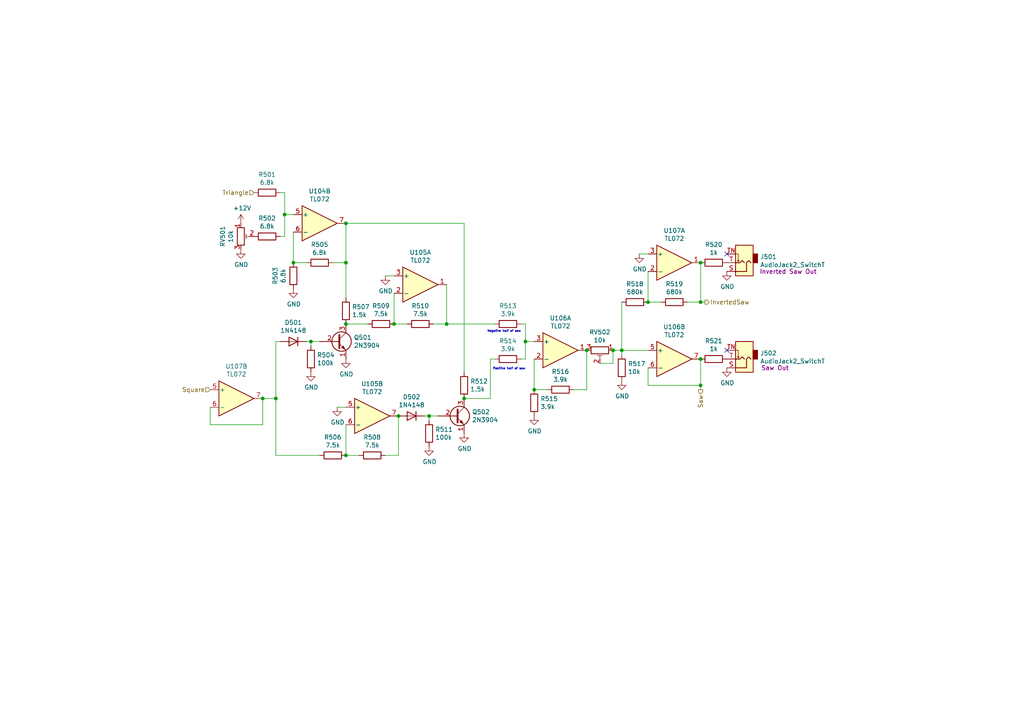
<source format=kicad_sch>
(kicad_sch (version 20211123) (generator eeschema)
  (paper "A4")
  (title_block (title "VCO") (date "2021-06-10") (rev "1.0"))
  (lib_symbols
    (symbol "Amplifier_Operational:TL072" (pin_names (offset 0.127))
      (property "Reference" "U" (at 0 5.08 0))
      (property "Value" "TL072" (at 0 -5.08 0))
      (symbol "TL072_1_1"
        (polyline (pts (xy -5.08 5.08) (xy 5.08 0) (xy -5.08 -5.08) (xy -5.08 5.08)) (stroke (width 0.254)) (fill (type background)))
        (pin output line (at 7.62 0 180) (length 2.54) (name "~") (number "1"))
        (pin input line (at -7.62 -2.54 0) (length 2.54) (name "-") (number "2"))
        (pin input line (at -7.62 2.54 0) (length 2.54) (name "+") (number "3"))
      )
      (symbol "TL072_2_1"
        (polyline (pts (xy -5.08 5.08) (xy 5.08 0) (xy -5.08 -5.08) (xy -5.08 5.08)) (stroke (width 0.254)) (fill (type background)))
        (pin input line (at -7.62 2.54 0) (length 2.54) (name "+") (number "5"))
        (pin input line (at -7.62 -2.54 0) (length 2.54) (name "-") (number "6"))
        (pin output line (at 7.62 0 180) (length 2.54) (name "~") (number "7"))
      )
      (symbol "TL072_3_1"
        (pin power_in line (at -2.54 -7.62 90) (length 3.81) (name "V-") (number "4"))
        (pin power_in line (at -2.54 7.62 270) (length 3.81) (name "V+") (number "8"))
      )
    )
    (symbol "Connector:AudioJack2_SwitchT"
      (property "Reference" "J" (at 0 8.89 0))
      (property "Value" "AudioJack2_SwitchT" (at 0 6.35 0))
      (symbol "AudioJack2_SwitchT_0_1"
        (rectangle (start -2.54 0) (end -3.81 -2.54) (stroke (width 0.254)) (fill (type outline)))
        (polyline (pts (xy 1.778 -0.254) (xy 2.032 -0.762)))
        (polyline (pts (xy 0 0) (xy 0.635 -0.635) (xy 1.27 0) (xy 2.54 0)) (stroke (width 0.254)))
        (polyline (pts (xy 2.54 -2.54) (xy 1.778 -2.54) (xy 1.778 -0.254) (xy 1.524 -0.762)))
        (polyline (pts (xy 2.54 2.54) (xy -0.635 2.54) (xy -0.635 0) (xy -1.27 -0.635) (xy -1.905 0)) (stroke (width 0.254)))
        (rectangle (start 2.54 3.81) (end -2.54 -5.08) (stroke (width 0.254)) (fill (type background)))
      )
      (symbol "AudioJack2_SwitchT_1_1"
        (pin passive line (at 5.08 2.54 180) (length 2.54) (name "~") (number "S"))
        (pin passive line (at 5.08 0 180) (length 2.54) (name "~") (number "T"))
        (pin passive line (at 5.08 -2.54 180) (length 2.54) (name "~") (number "TN"))
      )
    )
    (symbol "Device:R" (pin_numbers hide) (pin_names (offset 0))
      (property "Reference" "R" (at 2.032 0 90))
      (property "Value" "R" (at 0 0 90))
      (symbol "R_0_1"
        (rectangle (start -1.016 -2.54) (end 1.016 2.54) (stroke (width 0.254)))
      )
      (symbol "R_1_1"
        (pin passive line (at 0 3.81 270) (length 1.27) (name "~") (number "1"))
        (pin passive line (at 0 -3.81 90) (length 1.27) (name "~") (number "2"))
      )
    )
    (symbol "Device:R_Potentiometer_Trim" (pin_names (offset 1.016) hide)
      (property "Reference" "RV" (at -4.445 0 90))
      (property "Value" "R_Potentiometer_Trim" (at -2.54 0 90))
      (symbol "R_Potentiometer_Trim_0_1"
        (polyline (pts (xy 1.524 0.762) (xy 1.524 -0.762)))
        (polyline (pts (xy 2.54 0) (xy 1.524 0)))
        (rectangle (start 1.016 2.54) (end -1.016 -2.54) (stroke (width 0.254)))
      )
      (symbol "R_Potentiometer_Trim_1_1"
        (pin passive line (at 0 3.81 270) (length 1.27) (name "1") (number "1"))
        (pin passive line (at 3.81 0 180) (length 1.27) (name "2") (number "2"))
        (pin passive line (at 0 -3.81 90) (length 1.27) (name "3") (number "3"))
      )
    )
    (symbol "Diode:1N4148" (pin_numbers hide) (pin_names (offset 1.016) hide)
      (property "Reference" "D" (at 0 2.54 0))
      (property "Value" "1N4148" (at 0 -2.54 0))
      (symbol "1N4148_0_1"
        (polyline (pts (xy -1.27 1.27) (xy -1.27 -1.27)) (stroke (width 0.254)))
        (polyline (pts (xy 1.27 0) (xy -1.27 0)))
        (polyline (pts (xy 1.27 1.27) (xy 1.27 -1.27) (xy -1.27 0) (xy 1.27 1.27)) (stroke (width 0.254)))
      )
      (symbol "1N4148_1_1"
        (pin passive line (at -3.81 0 0) (length 2.54) (name "K") (number "1"))
        (pin passive line (at 3.81 0 180) (length 2.54) (name "A") (number "2"))
      )
    )
    (symbol "Transistor_BJT:2N3904" (pin_names (offset 0) hide)
      (property "Reference" "Q" (at 5.08 1.905 0))
      (property "Value" "2N3904" (at 5.08 0 0))
      (symbol "2N3904_0_1"
        (polyline (pts (xy 0.635 0.635) (xy 2.54 2.54)))
        (polyline (pts (xy 0.635 -0.635) (xy 2.54 -2.54) (xy 2.54 -2.54)))
        (polyline (pts (xy 0.635 1.905) (xy 0.635 -1.905) (xy 0.635 -1.905)) (stroke (width 0.508)))
        (polyline (pts (xy 1.27 -1.778) (xy 1.778 -1.27) (xy 2.286 -2.286) (xy 1.27 -1.778) (xy 1.27 -1.778)) (fill (type outline)))
        (circle (center 1.27 0) (radius 2.8194) (stroke (width 0.254)))
      )
      (symbol "2N3904_1_1"
        (pin passive line (at 2.54 -5.08 90) (length 2.54) (name "E") (number "1"))
        (pin passive line (at -5.08 0 0) (length 5.715) (name "B") (number "2"))
        (pin passive line (at 2.54 5.08 270) (length 2.54) (name "C") (number "3"))
      )
    )
    (symbol "power:+12V" (power) (pin_names (offset 0))
      (property "Value" "+12V" (at 0 3.556 0))
      (symbol "+12V_0_1"
        (polyline (pts (xy -0.762 1.27) (xy 0 2.54)))
        (polyline (pts (xy 0 0) (xy 0 2.54)))
        (polyline (pts (xy 0 2.54) (xy 0.762 1.27)))
      )
      (symbol "+12V_1_1"
        (pin power_in line (at 0 0 90) (length 0) hide (name "+12V") (number "1"))
      )
    )
    (symbol "power:GND" (power) (pin_names (offset 0))
      (property "Value" "GND" (at 0 -3.81 0))
      (symbol "GND_0_1"
        (polyline (pts (xy 0 0) (xy 0 -1.27) (xy 1.27 -1.27) (xy 0 -2.54) (xy -1.27 -1.27) (xy 0 -1.27)))
      )
      (symbol "GND_1_1"
        (pin power_in line (at 0 0 270) (length 0) hide (name "GND") (number "1"))
      )
    )
  )
  (junction (at 154.94 113.03))
  (junction (at 115.57 120.65))
  (junction (at 100.33 93.98))
  (junction (at 203.2 104.14))
  (junction (at 82.55 62.23))
  (junction (at 203.2 76.2))
  (junction (at 170.18 101.6))
  (junction (at 203.2 87.63))
  (junction (at 129.54 93.98))
  (junction (at 180.34 101.6))
  (junction (at 177.8 101.6))
  (junction (at 76.2 115.57))
  (junction (at 90.17 99.06))
  (junction (at 100.33 76.2))
  (junction (at 114.3 93.98))
  (junction (at 134.62 115.57))
  (junction (at 80.01 115.57))
  (junction (at 85.09 76.2))
  (junction (at 100.33 64.77))
  (junction (at 100.33 132.08))
  (junction (at 124.46 120.65))
  (junction (at 187.96 87.63))
  (junction (at 152.4 99.06))
  (junction (at 203.2 111.76))
  (no_connect (at 210.82 101.6))
  (no_connect (at 210.82 73.66))
  (wire (pts (xy 177.8 105.41) (xy 177.8 101.6)))
  (wire (pts (xy 129.54 93.98) (xy 129.54 82.55)))
  (wire (pts (xy 203.2 113.03) (xy 203.2 111.76)))
  (wire (pts (xy 170.18 113.03) (xy 170.18 101.6)))
  (wire (pts (xy 124.46 120.65) (xy 127 120.65)))
  (wire (pts (xy 187.96 106.68) (xy 187.96 111.76)))
  (wire (pts (xy 166.37 113.03) (xy 170.18 113.03)))
  (wire (pts (xy 177.8 101.6) (xy 180.34 101.6)))
  (wire (pts (xy 88.9 99.06) (xy 90.17 99.06)))
  (wire (pts (xy 134.62 64.77) (xy 134.62 107.95)))
  (wire (pts (xy 82.55 62.23) (xy 85.09 62.23)))
  (wire (pts (xy 80.01 99.06) (xy 80.01 115.57)))
  (wire (pts (xy 60.96 123.19) (xy 76.2 123.19)))
  (wire (pts (xy 90.17 99.06) (xy 90.17 100.33)))
  (wire (pts (xy 187.96 111.76) (xy 203.2 111.76)))
  (wire (pts (xy 85.09 67.31) (xy 85.09 76.2)))
  (wire (pts (xy 203.2 87.63) (xy 203.2 76.2)))
  (wire (pts (xy 173.99 105.41) (xy 177.8 105.41)))
  (wire (pts (xy 114.3 85.09) (xy 114.3 93.98)))
  (wire (pts (xy 100.33 93.98) (xy 106.68 93.98)))
  (wire (pts (xy 82.55 68.58) (xy 81.28 68.58)))
  (wire (pts (xy 80.01 115.57) (xy 80.01 132.08)))
  (wire (pts (xy 123.19 120.65) (xy 124.46 120.65)))
  (wire (pts (xy 111.76 132.08) (xy 115.57 132.08)))
  (wire (pts (xy 180.34 101.6) (xy 180.34 102.87)))
  (wire (pts (xy 151.13 93.98) (xy 152.4 93.98)))
  (wire (pts (xy 82.55 55.88) (xy 82.55 62.23)))
  (wire (pts (xy 100.33 76.2) (xy 100.33 86.36)))
  (wire (pts (xy 125.73 93.98) (xy 129.54 93.98)))
  (wire (pts (xy 129.54 93.98) (xy 143.51 93.98)))
  (wire (pts (xy 81.28 55.88) (xy 82.55 55.88)))
  (wire (pts (xy 203.2 87.63) (xy 204.47 87.63)))
  (wire (pts (xy 100.33 76.2) (xy 100.33 64.77)))
  (wire (pts (xy 100.33 132.08) (xy 104.14 132.08)))
  (wire (pts (xy 76.2 123.19) (xy 76.2 115.57)))
  (wire (pts (xy 187.96 78.74) (xy 187.96 87.63)))
  (wire (pts (xy 90.17 99.06) (xy 92.71 99.06)))
  (wire (pts (xy 180.34 101.6) (xy 187.96 101.6)))
  (wire (pts (xy 81.28 99.06) (xy 80.01 99.06)))
  (wire (pts (xy 180.34 87.63) (xy 180.34 101.6)))
  (wire (pts (xy 152.4 99.06) (xy 154.94 99.06)))
  (wire (pts (xy 114.3 93.98) (xy 118.11 93.98)))
  (wire (pts (xy 203.2 111.76) (xy 203.2 104.14)))
  (wire (pts (xy 154.94 113.03) (xy 158.75 113.03)))
  (wire (pts (xy 100.33 64.77) (xy 134.62 64.77)))
  (wire (pts (xy 152.4 99.06) (xy 152.4 104.14)))
  (wire (pts (xy 80.01 132.08) (xy 92.71 132.08)))
  (wire (pts (xy 96.52 76.2) (xy 100.33 76.2)))
  (wire (pts (xy 187.96 87.63) (xy 191.77 87.63)))
  (wire (pts (xy 85.09 76.2) (xy 88.9 76.2)))
  (wire (pts (xy 115.57 132.08) (xy 115.57 120.65)))
  (wire (pts (xy 124.46 120.65) (xy 124.46 121.92)))
  (wire (pts (xy 154.94 104.14) (xy 154.94 113.03)))
  (wire (pts (xy 152.4 104.14) (xy 151.13 104.14)))
  (wire (pts (xy 111.76 80.01) (xy 114.3 80.01)))
  (wire (pts (xy 82.55 62.23) (xy 82.55 68.58)))
  (wire (pts (xy 142.24 104.14) (xy 142.24 115.57)))
  (wire (pts (xy 199.39 87.63) (xy 203.2 87.63)))
  (wire (pts (xy 60.96 118.11) (xy 60.96 123.19)))
  (wire (pts (xy 76.2 115.57) (xy 80.01 115.57)))
  (wire (pts (xy 142.24 115.57) (xy 134.62 115.57)))
  (wire (pts (xy 100.33 123.19) (xy 100.33 132.08)))
  (wire (pts (xy 143.51 104.14) (xy 142.24 104.14)))
  (wire (pts (xy 97.79 118.11) (xy 100.33 118.11)))
  (wire (pts (xy 185.42 73.66) (xy 187.96 73.66)))
  (wire (pts (xy 152.4 93.98) (xy 152.4 99.06)))
  (text "Positive half of saw" (at 152.4 107.3912 180) (effects (font (size 0.6096 0.6096)) (justify right bottom)))
  (text "Negative half of saw" (at 151.13 96.52 180) (effects (font (size 0.6096 0.6096)) (justify right bottom)))
  (hierarchical_label "Triangle" (shape input) (at 73.66 55.88 180))
  (hierarchical_label "InvertedSaw" (shape output) (at 204.47 87.63 0))
  (hierarchical_label "Saw" (shape output) (at 203.2 113.03 270))
  (hierarchical_label "Square" (shape input) (at 60.96 113.03 180))
  (symbol (lib_id "Amplifier_Operational:TL072") (at 92.71 64.77 0) (unit 2)
    (property "Reference" "U104" (at 92.71 55.4482 0))
    (property "Value" "TL072" (at 92.71 57.7596 0))
    (property "Footprint" "Package_DIP:DIP-8_W7.62mm_Socket" (effects hide))
    (property "Datasheet" "http://www.ti.com/lit/ds/symlink/tl071.pdf" (effects hide))
  )
  (symbol (lib_id "Device:R") (at 92.71 76.2 90) (unit 1)
    (property "Reference" "R505" (at 92.71 70.9422 90))
    (property "Value" "6.8k" (at 92.71 73.2536 90))
    (property "Footprint" "Resistor_THT:R_Axial_DIN0207_L6.3mm_D2.5mm_P7.62mm_Horizontal" (effects hide))
  )
  (symbol (lib_id "Device:R") (at 85.09 80.01 180) (unit 1)
    (property "Reference" "R503" (at 79.8322 80.01 90))
    (property "Value" "6.8k" (at 82.1436 80.01 90))
    (property "Footprint" "Resistor_THT:R_Axial_DIN0207_L6.3mm_D2.5mm_P7.62mm_Horizontal" (effects hide))
  )
  (symbol (lib_id "power:GND") (at 85.09 83.82 0) (unit 1)
    (property "Reference" "#PWR0503" (effects hide))
    (property "Value" "GND" (at 85.217 88.2142 0))
  )
  (symbol (lib_id "Device:R") (at 77.47 55.88 90) (unit 1)
    (property "Reference" "R501" (at 77.47 50.6222 90))
    (property "Value" "6.8k" (at 77.47 52.9336 90))
    (property "Footprint" "Resistor_THT:R_Axial_DIN0207_L6.3mm_D2.5mm_P7.62mm_Horizontal" (effects hide))
  )
  (symbol (lib_id "Device:R_Potentiometer_Trim") (at 69.85 68.58 0) (unit 1)
    (property "Reference" "RV501" (at 64.5922 68.58 90))
    (property "Value" "10k" (at 66.9036 68.58 90))
    (property "Footprint" "Custom:Potentiometer_Runtron_RM-065_Vertical_Improved" (effects hide))
  )
  (symbol (lib_id "Device:R") (at 77.47 68.58 90) (unit 1)
    (property "Reference" "R502" (at 77.47 63.3222 90))
    (property "Value" "6.8k" (at 77.47 65.6336 90))
    (property "Footprint" "Resistor_THT:R_Axial_DIN0207_L6.3mm_D2.5mm_P7.62mm_Horizontal" (effects hide))
  )
  (symbol (lib_id "power:GND") (at 69.85 72.39 0) (unit 1)
    (property "Reference" "#PWR0502" (effects hide))
    (property "Value" "GND" (at 69.977 76.7842 0))
  )
  (symbol (lib_id "power:+12V") (at 69.85 64.77 0) (unit 1)
    (property "Reference" "#PWR0501" (effects hide))
    (property "Value" "+12V" (at 70.231 60.3758 0))
  )
  (symbol (lib_id "Amplifier_Operational:TL072") (at 107.95 120.65 0) (unit 2)
    (property "Reference" "U105" (at 107.95 111.3282 0))
    (property "Value" "TL072" (at 107.95 113.6396 0))
    (property "Footprint" "Package_DIP:DIP-8_W7.62mm_Socket" (effects hide))
    (property "Datasheet" "http://www.ti.com/lit/ds/symlink/tl071.pdf" (effects hide))
  )
  (symbol (lib_id "Device:R") (at 107.95 132.08 90) (unit 1)
    (property "Reference" "R508" (at 107.95 126.8222 90))
    (property "Value" "7.5k" (at 107.95 129.1336 90))
    (property "Footprint" "Resistor_THT:R_Axial_DIN0207_L6.3mm_D2.5mm_P7.62mm_Horizontal" (effects hide))
  )
  (symbol (lib_id "power:GND") (at 97.79 118.11 0) (unit 1)
    (property "Reference" "#PWR0505" (effects hide))
    (property "Value" "GND" (at 97.917 122.5042 0))
  )
  (symbol (lib_id "Device:R") (at 96.52 132.08 90) (unit 1)
    (property "Reference" "R506" (at 96.52 126.8222 90))
    (property "Value" "7.5k" (at 96.52 129.1336 90))
    (property "Footprint" "Resistor_THT:R_Axial_DIN0207_L6.3mm_D2.5mm_P7.62mm_Horizontal" (effects hide))
  )
  (symbol (lib_id "Diode:1N4148") (at 119.38 120.65 180) (unit 1)
    (property "Reference" "D502" (at 119.38 115.1382 0))
    (property "Value" "1N4148" (at 119.38 117.4496 0))
    (property "Footprint" "Diode_THT:D_DO-35_SOD27_P7.62mm_Horizontal" (effects hide))
    (property "Datasheet" "https://assets.nexperia.com/documents/data-sheet/1N4148_1N4448.pdf" (effects hide))
  )
  (symbol (lib_id "Device:R") (at 124.46 125.73 180) (unit 1)
    (property "Reference" "R511" (at 126.238 124.5616 0) (effects (justify right)))
    (property "Value" "100k" (at 126.238 126.873 0) (effects (justify right)))
    (property "Footprint" "Resistor_THT:R_Axial_DIN0207_L6.3mm_D2.5mm_P7.62mm_Horizontal" (effects hide))
  )
  (symbol (lib_id "Transistor_BJT:2N3904") (at 132.08 120.65 0) (unit 1)
    (property "Reference" "Q502" (at 136.906 119.4816 0) (effects (justify left)))
    (property "Value" "2N3904" (at 136.906 121.793 0) (effects (justify left)))
    (property "Footprint" "Package_TO_SOT_THT:TO-92_Inline" (effects hide))
    (property "Datasheet" "https://www.onsemi.com/pub/Collateral/2N3903-D.PDF" (effects hide))
  )
  (symbol (lib_id "power:GND") (at 124.46 129.54 0) (unit 1)
    (property "Reference" "#PWR0508" (effects hide))
    (property "Value" "GND" (at 124.587 133.9342 0))
  )
  (symbol (lib_id "power:GND") (at 134.62 125.73 0) (unit 1)
    (property "Reference" "#PWR0509" (effects hide))
    (property "Value" "GND" (at 134.747 130.1242 0))
  )
  (symbol (lib_id "Device:R") (at 134.62 111.76 180) (unit 1)
    (property "Reference" "R512" (at 136.398 110.5916 0) (effects (justify right)))
    (property "Value" "1.5k" (at 136.398 112.903 0) (effects (justify right)))
    (property "Footprint" "Resistor_THT:R_Axial_DIN0207_L6.3mm_D2.5mm_P7.62mm_Horizontal" (effects hide))
  )
  (symbol (lib_id "Diode:1N4148") (at 85.09 99.06 180) (unit 1)
    (property "Reference" "D501" (at 85.09 93.5482 0))
    (property "Value" "1N4148" (at 85.09 95.8596 0))
    (property "Footprint" "Diode_THT:D_DO-35_SOD27_P7.62mm_Horizontal" (effects hide))
    (property "Datasheet" "https://assets.nexperia.com/documents/data-sheet/1N4148_1N4448.pdf" (effects hide))
  )
  (symbol (lib_id "Device:R") (at 90.17 104.14 180) (unit 1)
    (property "Reference" "R504" (at 91.948 102.9716 0) (effects (justify right)))
    (property "Value" "100k" (at 91.948 105.283 0) (effects (justify right)))
    (property "Footprint" "Resistor_THT:R_Axial_DIN0207_L6.3mm_D2.5mm_P7.62mm_Horizontal" (effects hide))
  )
  (symbol (lib_id "Transistor_BJT:2N3904") (at 97.79 99.06 0) (unit 1)
    (property "Reference" "Q501" (at 102.616 97.8916 0) (effects (justify left)))
    (property "Value" "2N3904" (at 102.616 100.203 0) (effects (justify left)))
    (property "Footprint" "Package_TO_SOT_THT:TO-92_Inline" (effects hide))
    (property "Datasheet" "https://www.onsemi.com/pub/Collateral/2N3903-D.PDF" (effects hide))
  )
  (symbol (lib_id "power:GND") (at 90.17 107.95 0) (unit 1)
    (property "Reference" "#PWR0504" (effects hide))
    (property "Value" "GND" (at 90.297 112.3442 0))
  )
  (symbol (lib_id "power:GND") (at 100.33 104.14 0) (unit 1)
    (property "Reference" "#PWR0506" (effects hide))
    (property "Value" "GND" (at 100.457 108.5342 0))
  )
  (symbol (lib_id "Device:R") (at 100.33 90.17 180) (unit 1)
    (property "Reference" "R507" (at 102.108 89.0016 0) (effects (justify right)))
    (property "Value" "1.5k" (at 102.108 91.313 0) (effects (justify right)))
    (property "Footprint" "Resistor_THT:R_Axial_DIN0207_L6.3mm_D2.5mm_P7.62mm_Horizontal" (effects hide))
  )
  (symbol (lib_id "Amplifier_Operational:TL072") (at 121.92 82.55 0) (unit 1)
    (property "Reference" "U105" (at 121.92 73.2282 0))
    (property "Value" "TL072" (at 121.92 75.5396 0))
    (property "Footprint" "Package_DIP:DIP-8_W7.62mm_Socket" (effects hide))
    (property "Datasheet" "http://www.ti.com/lit/ds/symlink/tl071.pdf" (effects hide))
  )
  (symbol (lib_id "Device:R") (at 121.92 93.98 90) (unit 1)
    (property "Reference" "R510" (at 121.92 88.7222 90))
    (property "Value" "7.5k" (at 121.92 91.0336 90))
    (property "Footprint" "Resistor_THT:R_Axial_DIN0207_L6.3mm_D2.5mm_P7.62mm_Horizontal" (effects hide))
  )
  (symbol (lib_id "power:GND") (at 111.76 80.01 0) (unit 1)
    (property "Reference" "#PWR0507" (effects hide))
    (property "Value" "GND" (at 111.887 84.4042 0))
  )
  (symbol (lib_id "Device:R") (at 110.49 93.98 90) (unit 1)
    (property "Reference" "R509" (at 110.49 88.7222 90))
    (property "Value" "7.5k" (at 110.49 91.0336 90))
    (property "Footprint" "Resistor_THT:R_Axial_DIN0207_L6.3mm_D2.5mm_P7.62mm_Horizontal" (effects hide))
  )
  (symbol (lib_id "Amplifier_Operational:TL072") (at 162.56 101.6 0) (unit 1)
    (property "Reference" "U106" (at 162.56 92.2782 0))
    (property "Value" "TL072" (at 162.56 94.5896 0))
    (property "Footprint" "Package_DIP:DIP-8_W7.62mm_Socket" (effects hide))
    (property "Datasheet" "http://www.ti.com/lit/ds/symlink/tl071.pdf" (effects hide))
  )
  (symbol (lib_id "Device:R") (at 162.56 113.03 90) (unit 1)
    (property "Reference" "R516" (at 162.56 107.7722 90))
    (property "Value" "3.9k" (at 162.56 110.0836 90))
    (property "Footprint" "Resistor_THT:R_Axial_DIN0207_L6.3mm_D2.5mm_P7.62mm_Horizontal" (effects hide))
  )
  (symbol (lib_id "Device:R") (at 154.94 116.84 180) (unit 1)
    (property "Reference" "R515" (at 156.718 115.6716 0) (effects (justify right)))
    (property "Value" "3.9k" (at 156.718 117.983 0) (effects (justify right)))
    (property "Footprint" "Resistor_THT:R_Axial_DIN0207_L6.3mm_D2.5mm_P7.62mm_Horizontal" (effects hide))
  )
  (symbol (lib_id "power:GND") (at 154.94 120.65 0) (unit 1)
    (property "Reference" "#PWR0510" (effects hide))
    (property "Value" "GND" (at 155.067 125.0442 0))
  )
  (symbol (lib_id "Device:R") (at 147.32 104.14 90) (unit 1)
    (property "Reference" "R514" (at 147.32 98.8822 90))
    (property "Value" "3.9k" (at 147.32 101.1936 90))
    (property "Footprint" "Resistor_THT:R_Axial_DIN0207_L6.3mm_D2.5mm_P7.62mm_Horizontal" (effects hide))
  )
  (symbol (lib_id "Device:R") (at 147.32 93.98 90) (unit 1)
    (property "Reference" "R513" (at 147.32 88.7222 90))
    (property "Value" "3.9k" (at 147.32 91.0336 90))
    (property "Footprint" "Resistor_THT:R_Axial_DIN0207_L6.3mm_D2.5mm_P7.62mm_Horizontal" (effects hide))
  )
  (symbol (lib_id "Device:R_Potentiometer_Trim") (at 173.99 101.6 270) (unit 1)
    (property "Reference" "RV502" (at 173.99 96.3422 90))
    (property "Value" "10k" (at 173.99 98.6536 90))
    (property "Footprint" "Custom:Potentiometer_Runtron_RM-065_Vertical_Improved" (effects hide))
  )
  (symbol (lib_id "power:GND") (at 180.34 110.49 0) (unit 1)
    (property "Reference" "#PWR0511" (effects hide))
    (property "Value" "GND" (at 180.467 114.8842 0))
  )
  (symbol (lib_id "Device:R") (at 180.34 106.68 180) (unit 1)
    (property "Reference" "R517" (at 182.118 105.5116 0) (effects (justify right)))
    (property "Value" "10k" (at 182.118 107.823 0) (effects (justify right)))
    (property "Footprint" "Resistor_THT:R_Axial_DIN0207_L6.3mm_D2.5mm_P7.62mm_Horizontal" (effects hide))
  )
  (symbol (lib_id "power:GND") (at 210.82 106.68 0) (unit 1)
    (property "Reference" "#PWR0514" (effects hide))
    (property "Value" "GND" (at 210.947 111.0742 0))
  )
  (symbol (lib_id "Amplifier_Operational:TL072") (at 195.58 104.14 0) (unit 2)
    (property "Reference" "U106" (at 195.58 94.8182 0))
    (property "Value" "TL072" (at 195.58 97.1296 0))
    (property "Footprint" "Package_DIP:DIP-8_W7.62mm_Socket" (effects hide))
    (property "Datasheet" "http://www.ti.com/lit/ds/symlink/tl071.pdf" (effects hide))
  )
  (symbol (lib_id "Device:R") (at 207.01 104.14 270) (unit 1)
    (property "Reference" "R521" (at 207.01 98.8822 90))
    (property "Value" "1k" (at 207.01 101.1936 90))
    (property "Footprint" "Resistor_THT:R_Axial_DIN0207_L6.3mm_D2.5mm_P7.62mm_Horizontal" (effects hide))
  )
  (symbol (lib_id "Connector:AudioJack2_SwitchT") (at 215.9 104.14 180) (unit 1)
    (property "Reference" "J502" (at 220.472 102.4382 0) (effects (justify right)))
    (property "Value" "AudioJack2_SwitchT" (at 220.472 104.7496 0) (effects (justify right)))
    (property "Footprint" "Connector_Audio:Jack_3.5mm_QingPu_WQP-PJ398SM_Vertical_CircularHoles" (effects hide))
    (property "Description" "Saw Out" (at 224.79 106.68 0))
  )
  (symbol (lib_id "Amplifier_Operational:TL072") (at 195.58 76.2 0) (unit 1)
    (property "Reference" "U107" (at 195.58 66.8782 0))
    (property "Value" "TL072" (at 195.58 69.1896 0))
    (property "Footprint" "Package_DIP:DIP-8_W7.62mm_Socket" (effects hide))
    (property "Datasheet" "http://www.ti.com/lit/ds/symlink/tl071.pdf" (effects hide))
  )
  (symbol (lib_id "Device:R") (at 195.58 87.63 270) (unit 1)
    (property "Reference" "R519" (at 195.58 82.3722 90))
    (property "Value" "680k" (at 195.58 84.6836 90))
    (property "Footprint" "Resistor_THT:R_Axial_DIN0207_L6.3mm_D2.5mm_P7.62mm_Horizontal" (effects hide))
  )
  (symbol (lib_id "Device:R") (at 184.15 87.63 270) (unit 1)
    (property "Reference" "R518" (at 184.15 82.3722 90))
    (property "Value" "680k" (at 184.15 84.6836 90))
    (property "Footprint" "Resistor_THT:R_Axial_DIN0207_L6.3mm_D2.5mm_P7.62mm_Horizontal" (effects hide))
  )
  (symbol (lib_id "power:GND") (at 185.42 73.66 0) (unit 1)
    (property "Reference" "#PWR0512" (effects hide))
    (property "Value" "GND" (at 185.547 78.0542 0))
  )
  (symbol (lib_id "Device:R") (at 207.01 76.2 270) (unit 1)
    (property "Reference" "R520" (at 207.01 70.9422 90))
    (property "Value" "1k" (at 207.01 73.2536 90))
    (property "Footprint" "Resistor_THT:R_Axial_DIN0207_L6.3mm_D2.5mm_P7.62mm_Horizontal" (effects hide))
  )
  (symbol (lib_id "power:GND") (at 210.82 78.74 0) (unit 1)
    (property "Reference" "#PWR0513" (effects hide))
    (property "Value" "GND" (at 210.947 83.1342 0))
  )
  (symbol (lib_id "Connector:AudioJack2_SwitchT") (at 215.9 76.2 180) (unit 1)
    (property "Reference" "J501" (at 220.472 74.4982 0) (effects (justify right)))
    (property "Value" "AudioJack2_SwitchT" (at 220.472 76.8096 0) (effects (justify right)))
    (property "Footprint" "Connector_Audio:Jack_3.5mm_QingPu_WQP-PJ398SM_Vertical_CircularHoles" (effects hide))
    (property "Description" "Inverted Saw Out" (at 228.6 78.74 0))
  )
  (symbol (lib_id "Amplifier_Operational:TL072") (at 68.58 115.57 0) (unit 2)
    (property "Reference" "U107" (at 68.58 106.2482 0))
    (property "Value" "TL072" (at 68.58 108.5596 0))
    (property "Footprint" "Package_DIP:DIP-8_W7.62mm_Socket" (effects hide))
    (property "Datasheet" "http://www.ti.com/lit/ds/symlink/tl071.pdf" (effects hide))
  )
)
</source>
